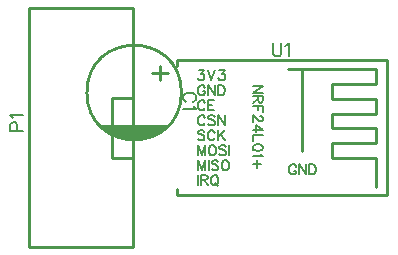
<source format=gto>
G04 Layer: TopSilkscreenLayer*
G04 EasyEDA v6.5.20, 2022-10-16 15:23:26*
G04 af273d6a792b4aeebadb685aaa12eaa7,01de8cd48c9644c38d17f752347833e1,10*
G04 Gerber Generator version 0.2*
G04 Scale: 100 percent, Rotated: No, Reflected: No *
G04 Dimensions in millimeters *
G04 leading zeros omitted , absolute positions ,4 integer and 5 decimal *
%FSLAX45Y45*%
%MOMM*%

%ADD10C,0.1524*%
%ADD11C,0.2540*%

%LPD*%
D10*
X1849676Y12218228D02*
G01*
X1860090Y12223562D01*
X1870504Y12233976D01*
X1875584Y12244136D01*
X1875584Y12264964D01*
X1870504Y12275378D01*
X1860090Y12285792D01*
X1849676Y12291126D01*
X1833928Y12296206D01*
X1808020Y12296206D01*
X1792526Y12291126D01*
X1782112Y12285792D01*
X1771698Y12275378D01*
X1766618Y12264964D01*
X1766618Y12244136D01*
X1771698Y12233976D01*
X1782112Y12223562D01*
X1792526Y12218228D01*
X1854756Y12183938D02*
G01*
X1860090Y12173524D01*
X1875584Y12158030D01*
X1766618Y12158030D01*
X302082Y11974576D02*
G01*
X411048Y11974576D01*
X302082Y11974576D02*
G01*
X302082Y12021312D01*
X307162Y12036805D01*
X312496Y12042139D01*
X322910Y12047220D01*
X338404Y12047220D01*
X348818Y12042139D01*
X353898Y12036805D01*
X359232Y12021312D01*
X359232Y11974576D01*
X322910Y12081510D02*
G01*
X317576Y12091924D01*
X302082Y12107671D01*
X411048Y12107671D01*
X2523794Y12712192D02*
G01*
X2523794Y12634213D01*
X2528874Y12618720D01*
X2539288Y12608305D01*
X2555036Y12603226D01*
X2565450Y12603226D01*
X2580944Y12608305D01*
X2591358Y12618720D01*
X2596438Y12634213D01*
X2596438Y12712192D01*
X2630728Y12691363D02*
G01*
X2641142Y12696697D01*
X2656890Y12712192D01*
X2656890Y12603226D01*
X1896922Y12485878D02*
G01*
X1941372Y12485878D01*
X1916988Y12453620D01*
X1929180Y12453620D01*
X1937308Y12449555D01*
X1941372Y12445492D01*
X1945436Y12433300D01*
X1945436Y12425426D01*
X1941372Y12413234D01*
X1933244Y12405105D01*
X1921052Y12401042D01*
X1909114Y12401042D01*
X1896922Y12405105D01*
X1892858Y12409170D01*
X1888794Y12417297D01*
X1972106Y12485878D02*
G01*
X2004364Y12401042D01*
X2036622Y12485878D02*
G01*
X2004364Y12401042D01*
X2071420Y12485878D02*
G01*
X2115870Y12485878D01*
X2091740Y12453620D01*
X2103678Y12453620D01*
X2111806Y12449555D01*
X2115870Y12445492D01*
X2119934Y12433300D01*
X2119934Y12425426D01*
X2115870Y12413234D01*
X2107742Y12405105D01*
X2095804Y12401042D01*
X2083612Y12401042D01*
X2071420Y12405105D01*
X2067356Y12409170D01*
X2063292Y12417297D01*
X1949500Y12338812D02*
G01*
X1945436Y12346686D01*
X1937308Y12354813D01*
X1929180Y12358878D01*
X1912924Y12358878D01*
X1905050Y12354813D01*
X1896922Y12346686D01*
X1892858Y12338812D01*
X1888794Y12326620D01*
X1888794Y12306300D01*
X1892858Y12294362D01*
X1896922Y12286234D01*
X1905050Y12278105D01*
X1912924Y12274042D01*
X1929180Y12274042D01*
X1937308Y12278105D01*
X1945436Y12286234D01*
X1949500Y12294362D01*
X1949500Y12306300D01*
X1929180Y12306300D02*
G01*
X1949500Y12306300D01*
X1976170Y12358878D02*
G01*
X1976170Y12274042D01*
X1976170Y12358878D02*
G01*
X2032558Y12274042D01*
X2032558Y12358878D02*
G01*
X2032558Y12274042D01*
X2059228Y12358878D02*
G01*
X2059228Y12274042D01*
X2059228Y12358878D02*
G01*
X2087676Y12358878D01*
X2099614Y12354813D01*
X2107742Y12346686D01*
X2111806Y12338812D01*
X2115870Y12326620D01*
X2115870Y12306300D01*
X2111806Y12294362D01*
X2107742Y12286234D01*
X2099614Y12278105D01*
X2087676Y12274042D01*
X2059228Y12274042D01*
X1949500Y12211812D02*
G01*
X1945436Y12219686D01*
X1937308Y12227813D01*
X1929180Y12231878D01*
X1912924Y12231878D01*
X1905050Y12227813D01*
X1896922Y12219686D01*
X1892858Y12211812D01*
X1888794Y12199620D01*
X1888794Y12179300D01*
X1892858Y12167362D01*
X1896922Y12159234D01*
X1905050Y12151105D01*
X1912924Y12147042D01*
X1929180Y12147042D01*
X1937308Y12151105D01*
X1945436Y12159234D01*
X1949500Y12167362D01*
X1976170Y12231878D02*
G01*
X1976170Y12147042D01*
X1976170Y12231878D02*
G01*
X2028494Y12231878D01*
X1976170Y12191492D02*
G01*
X2008428Y12191492D01*
X1976170Y12147042D02*
G01*
X2028494Y12147042D01*
X1949500Y12084812D02*
G01*
X1945436Y12092686D01*
X1937308Y12100813D01*
X1929180Y12104878D01*
X1912924Y12104878D01*
X1905050Y12100813D01*
X1896922Y12092686D01*
X1892858Y12084812D01*
X1888794Y12072620D01*
X1888794Y12052300D01*
X1892858Y12040362D01*
X1896922Y12032234D01*
X1905050Y12024105D01*
X1912924Y12020042D01*
X1929180Y12020042D01*
X1937308Y12024105D01*
X1945436Y12032234D01*
X1949500Y12040362D01*
X2032558Y12092686D02*
G01*
X2024684Y12100813D01*
X2012492Y12104878D01*
X1996236Y12104878D01*
X1984044Y12100813D01*
X1976170Y12092686D01*
X1976170Y12084812D01*
X1980234Y12076684D01*
X1984044Y12072620D01*
X1992172Y12068555D01*
X2016556Y12060428D01*
X2024684Y12056363D01*
X2028494Y12052300D01*
X2032558Y12044426D01*
X2032558Y12032234D01*
X2024684Y12024105D01*
X2012492Y12020042D01*
X1996236Y12020042D01*
X1984044Y12024105D01*
X1976170Y12032234D01*
X2059228Y12104878D02*
G01*
X2059228Y12020042D01*
X2059228Y12104878D02*
G01*
X2115870Y12020042D01*
X2115870Y12104878D02*
G01*
X2115870Y12020042D01*
X1945436Y11965686D02*
G01*
X1937308Y11973813D01*
X1925116Y11977878D01*
X1909114Y11977878D01*
X1896922Y11973813D01*
X1888794Y11965686D01*
X1888794Y11957812D01*
X1892858Y11949684D01*
X1896922Y11945620D01*
X1905050Y11941555D01*
X1929180Y11933428D01*
X1937308Y11929363D01*
X1941372Y11925300D01*
X1945436Y11917426D01*
X1945436Y11905234D01*
X1937308Y11897105D01*
X1925116Y11893042D01*
X1909114Y11893042D01*
X1896922Y11897105D01*
X1888794Y11905234D01*
X2032558Y11957812D02*
G01*
X2028494Y11965686D01*
X2020620Y11973813D01*
X2012492Y11977878D01*
X1996236Y11977878D01*
X1988108Y11973813D01*
X1980234Y11965686D01*
X1976170Y11957812D01*
X1972106Y11945620D01*
X1972106Y11925300D01*
X1976170Y11913362D01*
X1980234Y11905234D01*
X1988108Y11897105D01*
X1996236Y11893042D01*
X2012492Y11893042D01*
X2020620Y11897105D01*
X2028494Y11905234D01*
X2032558Y11913362D01*
X2059228Y11977878D02*
G01*
X2059228Y11893042D01*
X2115870Y11977878D02*
G01*
X2059228Y11921236D01*
X2079548Y11941555D02*
G01*
X2115870Y11893042D01*
X1888794Y11850878D02*
G01*
X1888794Y11766042D01*
X1888794Y11850878D02*
G01*
X1921052Y11766042D01*
X1953564Y11850878D02*
G01*
X1921052Y11766042D01*
X1953564Y11850878D02*
G01*
X1953564Y11766042D01*
X2004364Y11850878D02*
G01*
X1996236Y11846813D01*
X1988108Y11838686D01*
X1984044Y11830812D01*
X1980234Y11818620D01*
X1980234Y11798300D01*
X1984044Y11786362D01*
X1988108Y11778234D01*
X1996236Y11770105D01*
X2004364Y11766042D01*
X2020620Y11766042D01*
X2028494Y11770105D01*
X2036622Y11778234D01*
X2040686Y11786362D01*
X2044750Y11798300D01*
X2044750Y11818620D01*
X2040686Y11830812D01*
X2036622Y11838686D01*
X2028494Y11846813D01*
X2020620Y11850878D01*
X2004364Y11850878D01*
X2128062Y11838686D02*
G01*
X2119934Y11846813D01*
X2107742Y11850878D01*
X2091740Y11850878D01*
X2079548Y11846813D01*
X2071420Y11838686D01*
X2071420Y11830812D01*
X2075484Y11822684D01*
X2079548Y11818620D01*
X2087676Y11814555D01*
X2111806Y11806428D01*
X2119934Y11802363D01*
X2123998Y11798300D01*
X2128062Y11790426D01*
X2128062Y11778234D01*
X2119934Y11770105D01*
X2107742Y11766042D01*
X2091740Y11766042D01*
X2079548Y11770105D01*
X2071420Y11778234D01*
X2154732Y11850878D02*
G01*
X2154732Y11766042D01*
X1888794Y11723878D02*
G01*
X1888794Y11639042D01*
X1888794Y11723878D02*
G01*
X1921052Y11639042D01*
X1953564Y11723878D02*
G01*
X1921052Y11639042D01*
X1953564Y11723878D02*
G01*
X1953564Y11639042D01*
X1980234Y11723878D02*
G01*
X1980234Y11639042D01*
X2063292Y11711686D02*
G01*
X2055164Y11719813D01*
X2043226Y11723878D01*
X2026970Y11723878D01*
X2014778Y11719813D01*
X2006904Y11711686D01*
X2006904Y11703812D01*
X2010714Y11695684D01*
X2014778Y11691620D01*
X2022906Y11687555D01*
X2047290Y11679428D01*
X2055164Y11675363D01*
X2059228Y11671300D01*
X2063292Y11663426D01*
X2063292Y11651234D01*
X2055164Y11643105D01*
X2043226Y11639042D01*
X2026970Y11639042D01*
X2014778Y11643105D01*
X2006904Y11651234D01*
X2114346Y11723878D02*
G01*
X2106218Y11719813D01*
X2098090Y11711686D01*
X2094026Y11703812D01*
X2089962Y11691620D01*
X2089962Y11671300D01*
X2094026Y11659362D01*
X2098090Y11651234D01*
X2106218Y11643105D01*
X2114346Y11639042D01*
X2130348Y11639042D01*
X2138476Y11643105D01*
X2146604Y11651234D01*
X2150668Y11659362D01*
X2154732Y11671300D01*
X2154732Y11691620D01*
X2150668Y11703812D01*
X2146604Y11711686D01*
X2138476Y11719813D01*
X2130348Y11723878D01*
X2114346Y11723878D01*
X1888794Y11596878D02*
G01*
X1888794Y11512042D01*
X1915464Y11596878D02*
G01*
X1915464Y11512042D01*
X1915464Y11596878D02*
G01*
X1951786Y11596878D01*
X1963978Y11592813D01*
X1968042Y11588750D01*
X1972106Y11580876D01*
X1972106Y11572747D01*
X1968042Y11564620D01*
X1963978Y11560555D01*
X1951786Y11556492D01*
X1915464Y11556492D01*
X1943658Y11556492D02*
G01*
X1972106Y11512042D01*
X2022906Y11596878D02*
G01*
X2014778Y11592813D01*
X2006904Y11584686D01*
X2002840Y11576812D01*
X1998776Y11564620D01*
X1998776Y11544300D01*
X2002840Y11532362D01*
X2006904Y11524234D01*
X2014778Y11516105D01*
X2022906Y11512042D01*
X2039162Y11512042D01*
X2047290Y11516105D01*
X2055164Y11524234D01*
X2059228Y11532362D01*
X2063292Y11544300D01*
X2063292Y11564620D01*
X2059228Y11576812D01*
X2055164Y11584686D01*
X2047290Y11592813D01*
X2039162Y11596878D01*
X2022906Y11596878D01*
X2035098Y11528297D02*
G01*
X2059228Y11503913D01*
X2721660Y11668252D02*
G01*
X2717596Y11676126D01*
X2709468Y11684254D01*
X2701340Y11688318D01*
X2685084Y11688318D01*
X2677210Y11684254D01*
X2669082Y11676126D01*
X2665018Y11668252D01*
X2660954Y11656060D01*
X2660954Y11635739D01*
X2665018Y11623802D01*
X2669082Y11615674D01*
X2677210Y11607545D01*
X2685084Y11603481D01*
X2701340Y11603481D01*
X2709468Y11607545D01*
X2717596Y11615674D01*
X2721660Y11623802D01*
X2721660Y11635739D01*
X2701340Y11635739D02*
G01*
X2721660Y11635739D01*
X2748330Y11688318D02*
G01*
X2748330Y11603481D01*
X2748330Y11688318D02*
G01*
X2804718Y11603481D01*
X2804718Y11688318D02*
G01*
X2804718Y11603481D01*
X2831388Y11688318D02*
G01*
X2831388Y11603481D01*
X2831388Y11688318D02*
G01*
X2859836Y11688318D01*
X2871774Y11684254D01*
X2879902Y11676126D01*
X2883966Y11668252D01*
X2888030Y11656060D01*
X2888030Y11635739D01*
X2883966Y11623802D01*
X2879902Y11615674D01*
X2871774Y11607545D01*
X2859836Y11603481D01*
X2831388Y11603481D01*
X2439657Y12349975D02*
G01*
X2354821Y12349975D01*
X2439657Y12349975D02*
G01*
X2354821Y12293333D01*
X2439657Y12293333D02*
G01*
X2354821Y12293333D01*
X2439657Y12266663D02*
G01*
X2354821Y12266663D01*
X2439657Y12266663D02*
G01*
X2439657Y12230341D01*
X2435593Y12218149D01*
X2431529Y12214085D01*
X2423655Y12210275D01*
X2415527Y12210275D01*
X2407399Y12214085D01*
X2403335Y12218149D01*
X2399271Y12230341D01*
X2399271Y12266663D01*
X2399271Y12238469D02*
G01*
X2354821Y12210275D01*
X2439657Y12183605D02*
G01*
X2354821Y12183605D01*
X2439657Y12183605D02*
G01*
X2439657Y12131027D01*
X2399271Y12183605D02*
G01*
X2399271Y12151093D01*
X2419591Y12100293D02*
G01*
X2423655Y12100293D01*
X2431529Y12096229D01*
X2435593Y12092165D01*
X2439657Y12084037D01*
X2439657Y12068035D01*
X2435593Y12059907D01*
X2431529Y12055843D01*
X2423655Y12051779D01*
X2415527Y12051779D01*
X2407399Y12055843D01*
X2395207Y12063971D01*
X2354821Y12104357D01*
X2354821Y12047715D01*
X2439657Y11980659D02*
G01*
X2383015Y12021045D01*
X2383015Y11960339D01*
X2439657Y11980659D02*
G01*
X2354821Y11980659D01*
X2439657Y11933669D02*
G01*
X2354821Y11933669D01*
X2354821Y11933669D02*
G01*
X2354821Y11885155D01*
X2439657Y11834355D02*
G01*
X2435593Y11846547D01*
X2423655Y11854675D01*
X2403335Y11858485D01*
X2391143Y11858485D01*
X2371077Y11854675D01*
X2358885Y11846547D01*
X2354821Y11834355D01*
X2354821Y11826227D01*
X2358885Y11814035D01*
X2371077Y11806161D01*
X2391143Y11802097D01*
X2403335Y11802097D01*
X2423655Y11806161D01*
X2435593Y11814035D01*
X2439657Y11826227D01*
X2439657Y11834355D01*
X2423655Y11775427D02*
G01*
X2427465Y11767299D01*
X2439657Y11755107D01*
X2354821Y11755107D01*
X2427465Y11692115D02*
G01*
X2354821Y11692115D01*
X2391143Y11728437D02*
G01*
X2391143Y11655793D01*
G36*
X1049985Y12024969D02*
G01*
X1063955Y12012218D01*
X1078484Y12000128D01*
X1093520Y11988647D01*
X1101242Y11983110D01*
X1116990Y11972645D01*
X1133144Y11962892D01*
X1149756Y11953798D01*
X1166723Y11945467D01*
X1184046Y11937847D01*
X1201674Y11931040D01*
X1210614Y11927890D01*
X1228648Y11922252D01*
X1246936Y11917375D01*
X1265428Y11913260D01*
X1284020Y11910009D01*
X1302816Y11907520D01*
X1321663Y11905894D01*
X1340561Y11905081D01*
X1359458Y11905081D01*
X1378356Y11905894D01*
X1397203Y11907520D01*
X1415948Y11910009D01*
X1434592Y11913260D01*
X1453032Y11917375D01*
X1471320Y11922252D01*
X1489354Y11927890D01*
X1507134Y11934342D01*
X1524660Y11941556D01*
X1541780Y11949531D01*
X1558594Y11958269D01*
X1575003Y11967667D01*
X1590954Y11977827D01*
X1598777Y11983110D01*
X1614068Y11994286D01*
X1628851Y12006072D01*
X1643075Y12018518D01*
X1649984Y12024969D01*
G37*
D11*
X1569996Y12399975D02*
G01*
X1569996Y12524435D01*
X1501416Y12463475D02*
G01*
X1636036Y12463475D01*
X1166698Y11745976D02*
G01*
X1344498Y11745976D01*
X1336878Y11751055D01*
X1166698Y11745976D02*
G01*
X1166698Y12253976D01*
X1341958Y12253976D01*
X1336878Y12253976D01*
X459994Y10984966D02*
G01*
X459994Y13014960D01*
X1340002Y13014960D01*
X1340002Y10984966D01*
X459994Y10984966D01*
X1710994Y11428476D02*
G01*
X1710994Y11479276D01*
X1710994Y12571476D02*
G01*
X1710994Y12520676D01*
X2648483Y12492964D02*
G01*
X2773502Y12492964D01*
X3398494Y12492964D01*
X3398494Y12367971D01*
X3023488Y12367971D01*
X3023488Y12242977D01*
X3398494Y12242977D01*
X3398494Y12117984D01*
X3023488Y12117984D01*
X3023488Y11992965D01*
X3398494Y11992965D01*
X3398494Y11867972D01*
X3023488Y11867972D01*
X3023488Y11742978D01*
X3398494Y11742978D01*
X3398494Y11492966D01*
X1710994Y12571476D02*
G01*
X3488994Y12571476D01*
X3488994Y11428476D01*
X1710994Y11428476D01*
X2773502Y12492964D02*
G01*
X2773502Y11805488D01*
G75*
G01*
X1750047Y12299721D02*
G03*
X1750047Y12292609I-399984J-3556D01*
M02*

</source>
